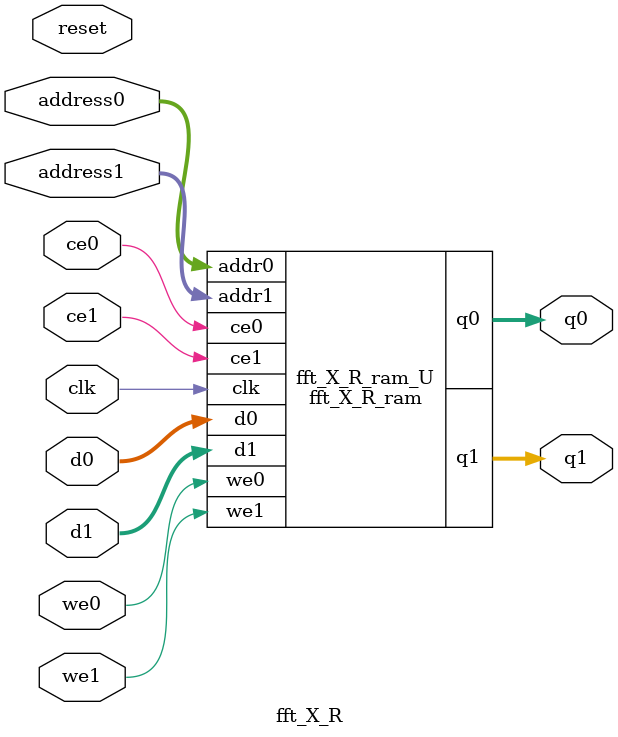
<source format=v>
`timescale 1 ns / 1 ps
module fft_X_R_ram (addr0, ce0, d0, we0, q0, addr1, ce1, d1, we1, q1,  clk);

parameter DWIDTH = 32;
parameter AWIDTH = 10;
parameter MEM_SIZE = 1024;

input[AWIDTH-1:0] addr0;
input ce0;
input[DWIDTH-1:0] d0;
input we0;
output reg[DWIDTH-1:0] q0;
input[AWIDTH-1:0] addr1;
input ce1;
input[DWIDTH-1:0] d1;
input we1;
output reg[DWIDTH-1:0] q1;
input clk;

(* ram_style = "block" *)reg [DWIDTH-1:0] ram[0:MEM_SIZE-1];




always @(posedge clk)  
begin 
    if (ce0) 
    begin
        if (we0) 
        begin 
            ram[addr0] <= d0; 
        end 
        q0 <= ram[addr0];
    end
end


always @(posedge clk)  
begin 
    if (ce1) 
    begin
        if (we1) 
        begin 
            ram[addr1] <= d1; 
        end 
        q1 <= ram[addr1];
    end
end


endmodule

`timescale 1 ns / 1 ps
module fft_X_R(
    reset,
    clk,
    address0,
    ce0,
    we0,
    d0,
    q0,
    address1,
    ce1,
    we1,
    d1,
    q1);

parameter DataWidth = 32'd32;
parameter AddressRange = 32'd1024;
parameter AddressWidth = 32'd10;
input reset;
input clk;
input[AddressWidth - 1:0] address0;
input ce0;
input we0;
input[DataWidth - 1:0] d0;
output[DataWidth - 1:0] q0;
input[AddressWidth - 1:0] address1;
input ce1;
input we1;
input[DataWidth - 1:0] d1;
output[DataWidth - 1:0] q1;



fft_X_R_ram fft_X_R_ram_U(
    .clk( clk ),
    .addr0( address0 ),
    .ce0( ce0 ),
    .we0( we0 ),
    .d0( d0 ),
    .q0( q0 ),
    .addr1( address1 ),
    .ce1( ce1 ),
    .we1( we1 ),
    .d1( d1 ),
    .q1( q1 ));

endmodule


</source>
